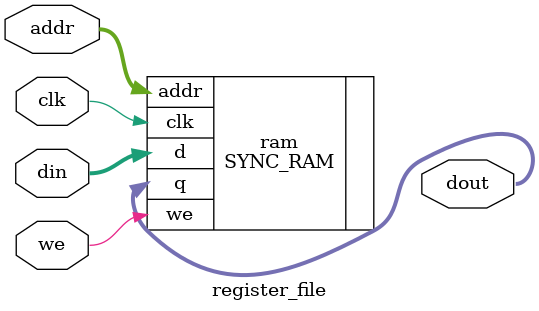
<source format=v>
`timescale 1ns/1ns

module register_file # (
  parameter AWIDTH = 5,
  parameter DWIDTH = 32
) (
  input clk,
  input               we,
  input  [AWIDTH-1:0] addr,
  input  [DWIDTH-1:0] din,
  output [DWIDTH-1:0] dout
);

  // TODO: Your code to implement a RegFile depicted in the Lab Manual
  // Some initial code has been provide to you, but please feel free to change them
  // as you see fit

  localparam NUM_REGS = (1 << AWIDTH);

  wire [DWIDTH-1:0] rf_entry_next  [NUM_REGS-1:0];
  wire [DWIDTH-1:0] rf_entry_value [NUM_REGS-1:0];
  wire              rf_entry_ce    [NUM_REGS-1:0];

  // assign dout = rf_entry_value[addr];

  SYNC_RAM #(.DWIDTH(DWIDTH), 
              .AWIDTH(AWIDTH)
              ) ram
  (
    .clk(clk),
    .addr(addr),
    .we(we),
    .d(din),
    .q(dout)
  );

  // genvar i;
  // generate for (i = 0; i < NUM_REGS; i = i + 1) begin
  //   REGISTER_CE #(.N(DWIDTH)) rf_entry (
  //     .clk(clk),
  //     .ce(rf_entry_ce[i]),
  //     .d(rf_entry_next[i]),
  //     .q(rf_entry_value[i])
  //   );

  //   assign rf_entry_ce[i]   = we & (addr == i);
  //   assign rf_entry_next[i] = din;
  // end
  // endgenerate

endmodule

</source>
